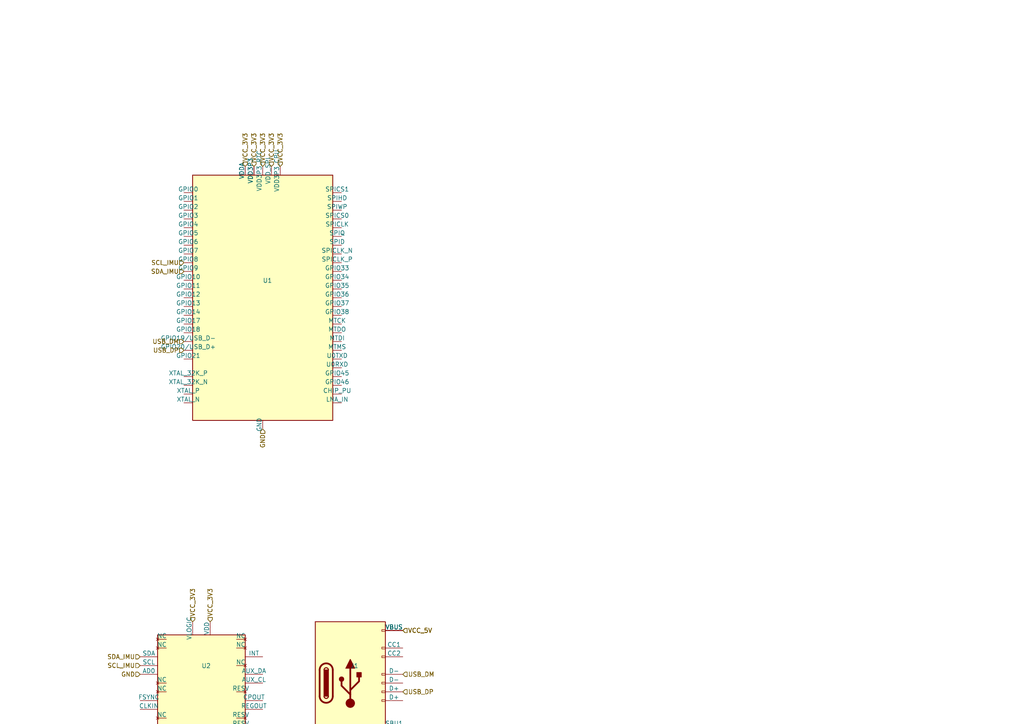
<source format=kicad_sch>
(kicad_sch (version 20250114) (generator "circuit_synth") (generator_version "9.0")
  (paper "A4")
  (lib_symbols
    (symbol "Connector:USB_C_Receptacle_USB2.0_16P" (pin_numbers hide) (pin_names (offset 0))
      (property "Reference" "J" (at 0 0 0))
      (property "Value" "USB_C_Receptacle_USB2.0_16P" (at 0 0 0))
      (symbol "USB_C_Receptacle_USB2.0_16P_0_1"
        (rectangle (start -0.254 -17.78) (end 0.254 -16.764))
        (rectangle (start 10.16 15.494) (end 9.144 14.986))
        (rectangle (start 10.16 10.414) (end 9.144 9.906))
        (rectangle (start 10.16 7.874) (end 9.144 7.366))
        (rectangle (start 10.16 2.794) (end 9.144 2.286))
        (rectangle (start 10.16 0.254) (end 9.144 -0.254))
        (rectangle (start 10.16 -2.286) (end 9.144 -2.794))
        (rectangle (start 10.16 -4.826) (end 9.144 -5.334))
        (rectangle (start 10.16 -12.446) (end 9.144 -12.954))
        (rectangle (start 10.16 -14.986) (end 9.144 -15.494))
        (rectangle (start -10.16 17.78) (end 10.16 -17.78) (stroke (width 0.254)) (fill (type background)))
        (polyline (pts (xy -8.89 -3.81) (xy -8.89 3.81)) (stroke (width 0.508)))
        (rectangle (start -7.62 -3.81) (end -6.35 3.81) (stroke (width 0.254)) (fill (type outline)))
        (arc (start -7.62 3.81) (mid -6.985 4.4423) (end -6.35 3.81) (stroke (width 0.254)))
        (arc (start -7.62 3.81) (mid -6.985 4.4423) (end -6.35 3.81) (stroke (width 0.254)))
        (arc (start -8.89 3.81) (mid -6.985 5.7067) (end -5.08 3.81) (stroke (width 0.508)))
        (arc (start -5.08 -3.81) (mid -6.985 -5.7067) (end -8.89 -3.81) (stroke (width 0.508)))
        (arc (start -6.35 -3.81) (mid -6.985 -4.4423) (end -7.62 -3.81) (stroke (width 0.254)))
        (arc (start -6.35 -3.81) (mid -6.985 -4.4423) (end -7.62 -3.81) (stroke (width 0.254)))
        (polyline (pts (xy -5.08 3.81) (xy -5.08 -3.81)) (stroke (width 0.508)))
        (circle (center -2.54 1.143) (radius 0.635) (stroke (width 0.254)) (fill (type outline)))
        (polyline (pts (xy -1.27 4.318) (xy 0 6.858) (xy 1.27 4.318) (xy -1.27 4.318)) (stroke (width 0.254)) (fill (type outline)))
        (polyline (pts (xy 0 -2.032) (xy 2.54 0.508) (xy 2.54 1.778)) (stroke (width 0.508)))
        (polyline (pts (xy 0 -3.302) (xy -2.54 -0.762) (xy -2.54 0.508)) (stroke (width 0.508)))
        (polyline (pts (xy 0 -5.842) (xy 0 4.318)) (stroke (width 0.508)))
        (circle (center 0 -5.842) (radius 1.27) (fill (type outline)))
        (rectangle (start 1.905 1.778) (end 3.175 3.048) (stroke (width 0.254)) (fill (type outline)))
      )
      (symbol "USB_C_Receptacle_USB2.0_16P_1_1"
        (pin passive line (at -7.62 -22.86 90) (length 5.08) (name "SHIELD") (number "S1"))
        (pin passive line (at 0 -22.86 90) (length 5.08) (name "GND") (number "A1"))
        (pin passive line (at 0 -22.86 90) (length 5.08) (name "GND") (number "A12"))
        (pin passive line (at 0 -22.86 90) (length 5.08) (name "GND") (number "B1"))
        (pin passive line (at 0 -22.86 90) (length 5.08) (name "GND") (number "B12"))
        (pin passive line (at 15.24 15.24 180) (length 5.08) (name "VBUS") (number "A4"))
        (pin passive line (at 15.24 15.24 180) (length 5.08) (name "VBUS") (number "A9"))
        (pin passive line (at 15.24 15.24 180) (length 5.08) (name "VBUS") (number "B4"))
        (pin passive line (at 15.24 15.24 180) (length 5.08) (name "VBUS") (number "B9"))
        (pin bidirectional line (at 15.24 10.16 180) (length 5.08) (name "CC1") (number "A5"))
        (pin bidirectional line (at 15.24 7.62 180) (length 5.08) (name "CC2") (number "B5"))
        (pin bidirectional line (at 15.24 2.54 180) (length 5.08) (name "D-") (number "A7"))
        (pin bidirectional line (at 15.24 0 180) (length 5.08) (name "D-") (number "B7"))
        (pin bidirectional line (at 15.24 -2.54 180) (length 5.08) (name "D+") (number "A6"))
        (pin bidirectional line (at 15.24 -5.08 180) (length 5.08) (name "D+") (number "B6"))
        (pin bidirectional line (at 15.24 -12.7 180) (length 5.08) (name "SBU1") (number "A8"))
        (pin bidirectional line (at 15.24 -15.24 180) (length 5.08) (name "SBU2") (number "B8"))
      )
    )
    (symbol "MCU_Espressif:ESP32-S3" (pin_numbers hide) (pin_names (offset 0))
      (property "Reference" "U" (at 0 0 0))
      (property "Value" "ESP32-S3" (at 0 0 0))
      (symbol "ESP32-S3_0_1"
        (rectangle (start -20.32 35.56) (end 20.32 -35.56) (stroke (width 0.254)) (fill (type background)))
      )
      (symbol "ESP32-S3_1_1"
        (pin passive line (at -5.08 38.1 270) (length 2.54) (name "VDDA") (number "56"))
        (pin bidirectional line (at 22.86 12.7 180) (length 2.54) (name "SPICLK_N") (number "36"))
        (pin bidirectional line (at 22.86 -10.16 180) (length 2.54) (name "MTDO") (number "45"))
        (pin bidirectional line (at 22.86 -22.86 180) (length 2.54) (name "GPIO45") (number "51"))
        (pin bidirectional line (at -22.86 30.48 0) (length 2.54) (name "GPIO0") (number "5"))
        (pin bidirectional line (at -22.86 27.94 0) (length 2.54) (name "GPIO1") (number "6"))
        (pin bidirectional line (at -22.86 25.4 0) (length 2.54) (name "GPIO2") (number "7"))
        (pin bidirectional line (at -22.86 22.86 0) (length 2.54) (name "GPIO3") (number "8"))
        (pin bidirectional line (at -22.86 20.32 0) (length 2.54) (name "GPIO4") (number "9"))
        (pin bidirectional line (at -22.86 17.78 0) (length 2.54) (name "GPIO5") (number "10"))
        (pin bidirectional line (at -22.86 15.24 0) (length 2.54) (name "GPIO6") (number "11"))
        (pin bidirectional line (at -22.86 12.7 0) (length 2.54) (name "GPIO7") (number "12"))
        (pin bidirectional line (at -22.86 10.16 0) (length 2.54) (name "GPIO8") (number "13"))
        (pin bidirectional line (at -22.86 7.62 0) (length 2.54) (name "GPIO9") (number "14"))
        (pin bidirectional line (at -22.86 5.08 0) (length 2.54) (name "GPIO10") (number "15"))
        (pin bidirectional line (at -22.86 2.54 0) (length 2.54) (name "GPIO11") (number "16"))
        (pin bidirectional line (at -22.86 0 0) (length 2.54) (name "GPIO12") (number "17"))
        (pin bidirectional line (at -22.86 -2.54 0) (length 2.54) (name "GPIO13") (number "18"))
        (pin bidirectional line (at -22.86 -5.08 0) (length 2.54) (name "GPIO14") (number "19"))
        (pin bidirectional line (at -22.86 -7.62 0) (length 2.54) (name "GPIO17") (number "23"))
        (pin bidirectional line (at -22.86 -10.16 0) (length 2.54) (name "GPIO18") (number "24"))
        (pin bidirectional line (at -22.86 -12.7 0) (length 2.54) (name "GPIO19/USB_D-") (number "25"))
        (pin bidirectional line (at -22.86 -15.24 0) (length 2.54) (name "GPIO20/USB_D+") (number "26"))
        (pin bidirectional line (at -22.86 -17.78 0) (length 2.54) (name "GPIO21") (number "27"))
        (pin passive line (at -22.86 -22.86 0) (length 2.54) (name "XTAL_32K_P") (number "21"))
        (pin passive line (at -22.86 -25.4 0) (length 2.54) (name "XTAL_32K_N") (number "22"))
        (pin input line (at -22.86 -27.94 0) (length 2.54) (name "XTAL_P") (number "54"))
        (pin output line (at -22.86 -30.48 0) (length 2.54) (name "XTAL_N") (number "53"))
        (pin power_in line (at -5.08 38.1 270) (length 2.54) (name "VDDA") (number "55"))
        (pin power_in line (at -2.54 38.1 270) (length 2.54) (name "VDD3P3") (number "2"))
        (pin passive line (at -2.54 38.1 270) (length 2.54) (name "VDD3P3") (number "3"))
        (pin power_in line (at 0 38.1 270) (length 2.54) (name "VDD3P3_RTC") (number "20"))
        (pin power_in line (at 0 -38.1 90) (length 2.54) (name "GND") (number "57"))
        (pin power_in line (at 2.54 38.1 270) (length 2.54) (name "VDD_SPI") (number "29"))
        (pin power_in line (at 5.08 38.1 270) (length 2.54) (name "VDD3P3_CPU") (number "46"))
        (pin bidirectional line (at 22.86 30.48 180) (length 2.54) (name "SPICS1") (number "28"))
        (pin bidirectional line (at 22.86 27.94 180) (length 2.54) (name "SPIHD") (number "30"))
        (pin bidirectional line (at 22.86 25.4 180) (length 2.54) (name "SPIWP") (number "31"))
        (pin bidirectional line (at 22.86 22.86 180) (length 2.54) (name "SPICS0") (number "32"))
        (pin bidirectional line (at 22.86 20.32 180) (length 2.54) (name "SPICLK") (number "33"))
        (pin bidirectional line (at 22.86 17.78 180) (length 2.54) (name "SPIQ") (number "34"))
        (pin bidirectional line (at 22.86 15.24 180) (length 2.54) (name "SPID") (number "35"))
        (pin bidirectional line (at 22.86 10.16 180) (length 2.54) (name "SPICLK_P") (number "37"))
        (pin bidirectional line (at 22.86 7.62 180) (length 2.54) (name "GPIO33") (number "38"))
        (pin bidirectional line (at 22.86 5.08 180) (length 2.54) (name "GPIO34") (number "39"))
        (pin bidirectional line (at 22.86 2.54 180) (length 2.54) (name "GPIO35") (number "40"))
        (pin bidirectional line (at 22.86 0 180) (length 2.54) (name "GPIO36") (number "41"))
        (pin bidirectional line (at 22.86 -2.54 180) (length 2.54) (name "GPIO37") (number "42"))
        (pin bidirectional line (at 22.86 -5.08 180) (length 2.54) (name "GPIO38") (number "43"))
        (pin bidirectional line (at 22.86 -7.62 180) (length 2.54) (name "MTCK") (number "44"))
        (pin bidirectional line (at 22.86 -12.7 180) (length 2.54) (name "MTDI") (number "47"))
        (pin bidirectional line (at 22.86 -15.24 180) (length 2.54) (name "MTMS") (number "48"))
        (pin bidirectional line (at 22.86 -17.78 180) (length 2.54) (name "U0TXD") (number "49"))
        (pin bidirectional line (at 22.86 -20.32 180) (length 2.54) (name "U0RXD") (number "50"))
        (pin bidirectional line (at 22.86 -25.4 180) (length 2.54) (name "GPIO46") (number "52"))
        (pin input line (at 22.86 -27.94 180) (length 2.54) (name "CHIP_PU") (number "4"))
        (pin bidirectional line (at 22.86 -30.48 180) (length 2.54) (name "LNA_IN") (number "1"))
      )
    )
    (symbol "Sensor_Motion:MPU-6050" (pin_numbers hide) (pin_names (offset 0))
      (property "Reference" "U" (at 0 0 0))
      (property "Value" "MPU-6050" (at 0 0 0))
      (symbol "MPU-6050_0_1"
        (rectangle (start -12.7 13.97) (end 12.7 -13.97) (stroke (width 0.254)) (fill (type background)))
      )
      (symbol "MPU-6050_1_1"
        (pin bidirectional line (at -17.78 7.62 0) (length 5.08) (name "SDA") (number "24"))
        (pin input line (at -17.78 5.08 0) (length 5.08) (name "SCL") (number "23"))
        (pin input line (at -17.78 2.54 0) (length 5.08) (name "AD0") (number "9"))
        (pin input line (at -17.78 -5.08 0) (length 5.08) (name "FSYNC") (number "11"))
        (pin input line (at -17.78 -7.62 0) (length 5.08) (name "CLKIN") (number "1"))
        (pin no_connect line (at -12.7 12.7 0) (length 2.54) (name "NC") (number "2"))
        (pin no_connect line (at -12.7 10.16 0) (length 2.54) (name "NC") (number "3"))
        (pin no_connect line (at -12.7 0 0) (length 2.54) (name "NC") (number "4"))
        (pin no_connect line (at -12.7 -2.54 0) (length 2.54) (name "NC") (number "5"))
        (pin no_connect line (at -12.7 -10.16 0) (length 2.54) (name "NC") (number "14"))
        (pin power_in line (at -2.54 17.78 270) (length 3.81) (name "VLOGIC") (number "8"))
        (pin power_in line (at 0 -17.78 90) (length 3.81) (name "GND") (number "18"))
        (pin power_in line (at 2.54 17.78 270) (length 3.81) (name "VDD") (number "13"))
        (pin no_connect line (at 12.7 12.7 180) (length 2.54) (name "NC") (number "15"))
        (pin no_connect line (at 12.7 10.16 180) (length 2.54) (name "NC") (number "16"))
        (pin no_connect line (at 12.7 5.08 180) (length 2.54) (name "NC") (number "17"))
        (pin no_connect line (at 12.7 -2.54 180) (length 2.54) (name "RESV") (number "21"))
        (pin no_connect line (at 12.7 -10.16 180) (length 2.54) (name "RESV") (number "19"))
        (pin no_connect line (at 12.7 -12.7 180) (length 2.54) (name "RESV") (number "22"))
        (pin output line (at 17.78 7.62 180) (length 5.08) (name "INT") (number "12"))
        (pin bidirectional line (at 17.78 2.54 180) (length 5.08) (name "AUX_DA") (number "6"))
        (pin output line (at 17.78 0 180) (length 5.08) (name "AUX_CL") (number "7"))
        (pin passive line (at 17.78 -5.08 180) (length 5.08) (name "CPOUT") (number "20"))
        (pin passive line (at 17.78 -7.62 180) (length 5.08) (name "REGOUT") (number "10"))
      )
    )
  )
  (symbol (lib_id "MCU_Espressif:ESP32-S3") (at 76.2 86.36 0) (unit 1)
    (property "Reference" "U1" (at 76.2 81.36 0) (effects (justify left)))
    (property "Footprint" "Package_DFN_QFN:QFN-56-1EP_7x7mm_P0.4mm_EP5.6x5.6mm" (effects (hide yes)))
  )
  (symbol (lib_id "Sensor_Motion:MPU-6050") (at 58.42 198.12 0) (unit 1)
    (property "Reference" "U2" (at 58.42 193.12 0) (effects (justify left)))
    (property "Footprint" "Package_LGA:LGA-24_4x4mm_P0.5mm" (effects (hide yes)))
  )
  (symbol (lib_id "Connector:USB_C_Receptacle_USB2.0_16P") (at 101.6 198.12 0) (unit 1)
    (property "Reference" "J1" (at 101.6 193.12 0) (effects (justify left)))
    (property "Footprint" "Connector_USB:USB_C_Receptacle_USB2.0_16P_Vertical" (effects (hide yes)))
  )
  (hierarchical_label "VCC_3V3" (shape input) (at 71.12 48.26 90))
  (hierarchical_label "VCC_3V3" (shape input) (at 71.12 48.26 90))
  (hierarchical_label "VCC_3V3" (shape input) (at 73.66 48.26 90))
  (hierarchical_label "VCC_3V3" (shape input) (at 73.66 48.26 90))
  (hierarchical_label "VCC_3V3" (shape input) (at 76.2 48.26 90))
  (hierarchical_label "VCC_3V3" (shape input) (at 78.74 48.26 90))
  (hierarchical_label "VCC_3V3" (shape input) (at 81.28 48.26 90))
  (hierarchical_label "VCC_3V3" (shape input) (at 76.2 48.26 90))
  (hierarchical_label "VCC_3V3" (shape input) (at 78.74 48.26 90))
  (hierarchical_label "VCC_3V3" (shape input) (at 81.28 48.26 90))
  (hierarchical_label "VCC_3V3" (shape input) (at 55.88 180.34 90))
  (hierarchical_label "VCC_3V3" (shape input) (at 60.96 180.34 90))
  (hierarchical_label "VCC_3V3" (shape input) (at 60.96 180.34 90))
  (hierarchical_label "VCC_3V3" (shape input) (at 55.88 180.34 90))
  (hierarchical_label "SCL_IMU" (shape input) (at 53.34 76.2 180))
  (hierarchical_label "SCL_IMU" (shape input) (at 53.34 76.2 180))
  (hierarchical_label "SCL_IMU" (shape input) (at 40.64 193.04 180))
  (hierarchical_label "SCL_IMU" (shape input) (at 40.64 193.04 180))
  (hierarchical_label "SDA_IMU" (shape input) (at 53.34 78.74 180))
  (hierarchical_label "SDA_IMU" (shape input) (at 53.34 78.74 180))
  (hierarchical_label "SDA_IMU" (shape input) (at 40.64 190.5 180))
  (hierarchical_label "SDA_IMU" (shape input) (at 40.64 190.5 180))
  (hierarchical_label "USB_DM" (shape input) (at 53.34 99.06 180))
  (hierarchical_label "USB_DM" (shape input) (at 53.34 99.06 180))
  (hierarchical_label "USB_DM" (shape input) (at 116.84 195.58 0))
  (hierarchical_label "USB_DM" (shape input) (at 116.84 195.58 0))
  (hierarchical_label "USB_DP" (shape input) (at 53.34 101.6 180))
  (hierarchical_label "USB_DP" (shape input) (at 53.34 101.6 180))
  (hierarchical_label "USB_DP" (shape input) (at 116.84 200.66 0))
  (hierarchical_label "USB_DP" (shape input) (at 116.84 200.66 0))
  (hierarchical_label "GND" (shape input) (at 76.2 124.46 270))
  (hierarchical_label "GND" (shape input) (at 76.2 124.46 270))
  (hierarchical_label "GND" (shape input) (at 40.64 195.58 180))
  (hierarchical_label "GND" (shape input) (at 58.42 215.9 270))
  (hierarchical_label "GND" (shape input) (at 58.42 215.9 270))
  (hierarchical_label "GND" (shape input) (at 40.64 195.58 180))
  (hierarchical_label "GND" (shape input) (at 93.98 220.98 270))
  (hierarchical_label "GND" (shape input) (at 101.6 220.98 270))
  (hierarchical_label "GND" (shape input) (at 101.6 220.98 270))
  (hierarchical_label "GND" (shape input) (at 101.6 220.98 270))
  (hierarchical_label "GND" (shape input) (at 101.6 220.98 270))
  (hierarchical_label "GND" (shape input) (at 93.98 220.98 270))
  (hierarchical_label "VCC_5V" (shape input) (at 116.84 182.88 0))
  (hierarchical_label "VCC_5V" (shape input) (at 116.84 182.88 0))
  (hierarchical_label "VCC_5V" (shape input) (at 116.84 182.88 0))
  (hierarchical_label "VCC_5V" (shape input) (at 116.84 182.88 0))
)
</source>
